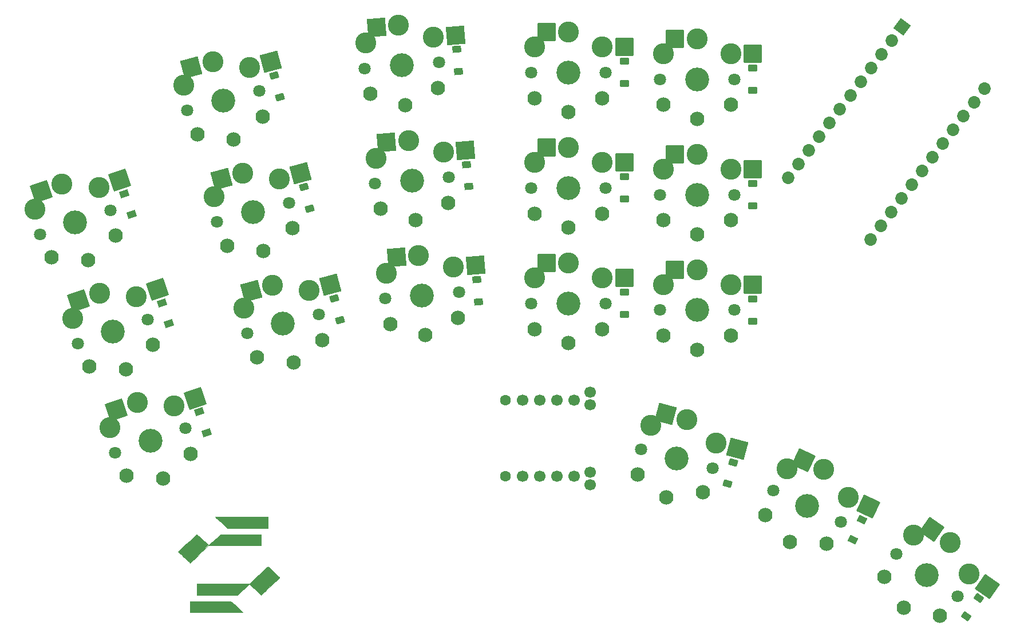
<source format=gbs>
%TF.GenerationSoftware,KiCad,Pcbnew,5.99.0-unknown-fa82fcb809~131~ubuntu20.04.1*%
%TF.CreationDate,2021-08-27T12:31:07+02:00*%
%TF.ProjectId,tuck-n-roll,7475636b-2d6e-42d7-926f-6c6c2e6b6963,VERSION_HERE*%
%TF.SameCoordinates,Original*%
%TF.FileFunction,Soldermask,Bot*%
%TF.FilePolarity,Negative*%
%FSLAX46Y46*%
G04 Gerber Fmt 4.6, Leading zero omitted, Abs format (unit mm)*
G04 Created by KiCad (PCBNEW 5.99.0-unknown-fa82fcb809~131~ubuntu20.04.1) date 2021-08-27 12:31:07*
%MOMM*%
%LPD*%
G01*
G04 APERTURE LIST*
G04 Aperture macros list*
%AMRoundRect*
0 Rectangle with rounded corners*
0 $1 Rounding radius*
0 $2 $3 $4 $5 $6 $7 $8 $9 X,Y pos of 4 corners*
0 Add a 4 corners polygon primitive as box body*
4,1,4,$2,$3,$4,$5,$6,$7,$8,$9,$2,$3,0*
0 Add four circle primitives for the rounded corners*
1,1,$1+$1,$2,$3*
1,1,$1+$1,$4,$5*
1,1,$1+$1,$6,$7*
1,1,$1+$1,$8,$9*
0 Add four rect primitives between the rounded corners*
20,1,$1+$1,$2,$3,$4,$5,0*
20,1,$1+$1,$4,$5,$6,$7,0*
20,1,$1+$1,$6,$7,$8,$9,0*
20,1,$1+$1,$8,$9,$2,$3,0*%
G04 Aperture macros list end*
%ADD10C,0.010000*%
%ADD11C,1.801800*%
%ADD12C,3.529000*%
%ADD13C,2.132000*%
%ADD14C,3.100000*%
%ADD15RoundRect,0.050000X-1.300000X-1.300000X1.300000X-1.300000X1.300000X1.300000X-1.300000X1.300000X0*%
%ADD16RoundRect,0.050000X-0.919239X-1.592168X1.592168X-0.919239X0.919239X1.592168X-1.592168X0.919239X0*%
%ADD17C,1.600000*%
%ADD18C,1.700000*%
%ADD19RoundRect,0.050000X-1.727604X-0.628796X0.628796X-1.727604X1.727604X0.628796X-0.628796X1.727604X0*%
%ADD20RoundRect,0.050000X-0.805936X-1.652413X1.652413X-0.805936X0.805936X1.652413X-1.652413X0.805936X0*%
%ADD21RoundRect,0.050000X0.600000X-0.450000X0.600000X0.450000X-0.600000X0.450000X-0.600000X-0.450000X0*%
%ADD22RoundRect,0.050000X0.713817X-0.230142X0.420805X0.620824X-0.713817X0.230142X-0.420805X-0.620824X0*%
%ADD23RoundRect,0.050000X0.463087X-0.589958X0.696024X0.279375X-0.463087X0.589958X-0.696024X-0.279375X0*%
%ADD24RoundRect,0.050000X0.233382X-0.712764X0.749601X0.024473X-0.233382X0.712764X-0.749601X-0.024473X0*%
%ADD25RoundRect,0.050000X0.636937X-0.395994X0.558497X0.500581X-0.636937X0.395994X-0.558497X-0.500581X0*%
%ADD26RoundRect,0.050000X-1.810547X-0.319248X0.319248X-1.810547X1.810547X0.319248X-0.319248X1.810547X0*%
%ADD27RoundRect,0.050000X0.696024X-0.279375X0.463087X0.589958X-0.696024X0.279375X-0.463087X-0.589958X0*%
%ADD28RoundRect,0.050000X-1.181751X-1.408356X1.408356X-1.181751X1.181751X1.408356X-1.408356X1.181751X0*%
%ADD29RoundRect,0.050000X-1.592168X-0.919239X0.919239X-1.592168X1.592168X0.919239X-0.919239X1.592168X0*%
%ADD30RoundRect,0.050000X0.353606X-0.661409X0.733963X0.154268X-0.353606X0.661409X-0.733963X-0.154268X0*%
%ADD31RoundRect,0.050000X-0.172474X1.227215X-1.227215X-0.172474X0.172474X-1.227215X1.227215X0.172474X0*%
%ADD32C,1.852600*%
G04 APERTURE END LIST*
D10*
%TO.C,G\u002A\u002A\u002A*%
X10869084Y-16478250D02*
X3082600Y-16478250D01*
X3082600Y-16478250D02*
X1726130Y-17758834D01*
X1726130Y-17758834D02*
X1524366Y-17949119D01*
X1524366Y-17949119D02*
X1331270Y-18130860D01*
X1331270Y-18130860D02*
X1149071Y-18301978D01*
X1149071Y-18301978D02*
X980000Y-18460396D01*
X980000Y-18460396D02*
X826286Y-18604039D01*
X826286Y-18604039D02*
X690157Y-18730827D01*
X690157Y-18730827D02*
X573845Y-18838685D01*
X573845Y-18838685D02*
X479579Y-18925535D01*
X479579Y-18925535D02*
X409589Y-18989301D01*
X409589Y-18989301D02*
X366103Y-19027904D01*
X366103Y-19027904D02*
X351474Y-19039417D01*
X351474Y-19039417D02*
X333044Y-19025312D01*
X333044Y-19025312D02*
X286765Y-18984778D01*
X286765Y-18984778D02*
X215533Y-18920482D01*
X215533Y-18920482D02*
X122245Y-18835096D01*
X122245Y-18835096D02*
X9797Y-18731286D01*
X9797Y-18731286D02*
X-118913Y-18611724D01*
X-118913Y-18611724D02*
X-260989Y-18479077D01*
X-260989Y-18479077D02*
X-413534Y-18336015D01*
X-413534Y-18336015D02*
X-489522Y-18264525D01*
X-489522Y-18264525D02*
X-647443Y-18115783D01*
X-647443Y-18115783D02*
X-797219Y-17974676D01*
X-797219Y-17974676D02*
X-935801Y-17844080D01*
X-935801Y-17844080D02*
X-1060137Y-17726873D01*
X-1060137Y-17726873D02*
X-1167178Y-17625929D01*
X-1167178Y-17625929D02*
X-1253872Y-17544127D01*
X-1253872Y-17544127D02*
X-1317169Y-17484343D01*
X-1317169Y-17484343D02*
X-1354018Y-17449453D01*
X-1354018Y-17449453D02*
X-1361008Y-17442785D01*
X-1361008Y-17442785D02*
X-1409684Y-17395938D01*
X-1409684Y-17395938D02*
X-162138Y-16218475D01*
X-162138Y-16218475D02*
X34558Y-16032856D01*
X34558Y-16032856D02*
X224845Y-15853340D01*
X224845Y-15853340D02*
X406114Y-15682385D01*
X406114Y-15682385D02*
X575757Y-15522447D01*
X575757Y-15522447D02*
X731164Y-15375984D01*
X731164Y-15375984D02*
X869728Y-15245455D01*
X869728Y-15245455D02*
X988840Y-15133318D01*
X988840Y-15133318D02*
X1085890Y-15042029D01*
X1085890Y-15042029D02*
X1158271Y-14974047D01*
X1158271Y-14974047D02*
X1203373Y-14931829D01*
X1203373Y-14931829D02*
X1212079Y-14923737D01*
X1212079Y-14923737D02*
X1338749Y-14806462D01*
X1338749Y-14806462D02*
X2212694Y-15630784D01*
X2212694Y-15630784D02*
X3086639Y-16455105D01*
X3086639Y-16455105D02*
X3405986Y-16151995D01*
X3405986Y-16151995D02*
X3501491Y-16061404D01*
X3501491Y-16061404D02*
X3621067Y-15948071D01*
X3621067Y-15948071D02*
X3758023Y-15818335D01*
X3758023Y-15818335D02*
X3905665Y-15678533D01*
X3905665Y-15678533D02*
X4057300Y-15535003D01*
X4057300Y-15535003D02*
X4206235Y-15394084D01*
X4206235Y-15394084D02*
X4275667Y-15328412D01*
X4275667Y-15328412D02*
X4826000Y-14807939D01*
X4826000Y-14807939D02*
X7847542Y-14807011D01*
X7847542Y-14807011D02*
X10869084Y-14806084D01*
X10869084Y-14806084D02*
X10869084Y-16478250D01*
X10869084Y-16478250D02*
X10869084Y-16478250D01*
G36*
X10869084Y-16478250D02*
G01*
X3082600Y-16478250D01*
X1726130Y-17758834D01*
X1524366Y-17949119D01*
X1331270Y-18130860D01*
X1149071Y-18301978D01*
X980000Y-18460396D01*
X826286Y-18604039D01*
X690157Y-18730827D01*
X573845Y-18838685D01*
X479579Y-18925535D01*
X409589Y-18989301D01*
X366103Y-19027904D01*
X351474Y-19039417D01*
X333044Y-19025312D01*
X286765Y-18984778D01*
X215533Y-18920482D01*
X122245Y-18835096D01*
X9797Y-18731286D01*
X-118913Y-18611724D01*
X-260989Y-18479077D01*
X-413534Y-18336015D01*
X-489522Y-18264525D01*
X-647443Y-18115783D01*
X-797219Y-17974676D01*
X-935801Y-17844080D01*
X-1060137Y-17726873D01*
X-1167178Y-17625929D01*
X-1253872Y-17544127D01*
X-1317169Y-17484343D01*
X-1354018Y-17449453D01*
X-1361008Y-17442785D01*
X-1409684Y-17395938D01*
X-162138Y-16218475D01*
X34558Y-16032856D01*
X224845Y-15853340D01*
X406114Y-15682385D01*
X575757Y-15522447D01*
X731164Y-15375984D01*
X869728Y-15245455D01*
X988840Y-15133318D01*
X1085890Y-15042029D01*
X1158271Y-14974047D01*
X1203373Y-14931829D01*
X1212079Y-14923737D01*
X1338749Y-14806462D01*
X2212694Y-15630784D01*
X3086639Y-16455105D01*
X3405986Y-16151995D01*
X3501491Y-16061404D01*
X3621067Y-15948071D01*
X3758023Y-15818335D01*
X3905665Y-15678533D01*
X4057300Y-15535003D01*
X4206235Y-15394084D01*
X4275667Y-15328412D01*
X4826000Y-14807939D01*
X7847542Y-14807011D01*
X10869084Y-14806084D01*
X10869084Y-16478250D01*
G37*
X10869084Y-16478250D02*
X3082600Y-16478250D01*
X1726130Y-17758834D01*
X1524366Y-17949119D01*
X1331270Y-18130860D01*
X1149071Y-18301978D01*
X980000Y-18460396D01*
X826286Y-18604039D01*
X690157Y-18730827D01*
X573845Y-18838685D01*
X479579Y-18925535D01*
X409589Y-18989301D01*
X366103Y-19027904D01*
X351474Y-19039417D01*
X333044Y-19025312D01*
X286765Y-18984778D01*
X215533Y-18920482D01*
X122245Y-18835096D01*
X9797Y-18731286D01*
X-118913Y-18611724D01*
X-260989Y-18479077D01*
X-413534Y-18336015D01*
X-489522Y-18264525D01*
X-647443Y-18115783D01*
X-797219Y-17974676D01*
X-935801Y-17844080D01*
X-1060137Y-17726873D01*
X-1167178Y-17625929D01*
X-1253872Y-17544127D01*
X-1317169Y-17484343D01*
X-1354018Y-17449453D01*
X-1361008Y-17442785D01*
X-1409684Y-17395938D01*
X-162138Y-16218475D01*
X34558Y-16032856D01*
X224845Y-15853340D01*
X406114Y-15682385D01*
X575757Y-15522447D01*
X731164Y-15375984D01*
X869728Y-15245455D01*
X988840Y-15133318D01*
X1085890Y-15042029D01*
X1158271Y-14974047D01*
X1203373Y-14931829D01*
X1212079Y-14923737D01*
X1338749Y-14806462D01*
X2212694Y-15630784D01*
X3086639Y-16455105D01*
X3405986Y-16151995D01*
X3501491Y-16061404D01*
X3621067Y-15948071D01*
X3758023Y-15818335D01*
X3905665Y-15678533D01*
X4057300Y-15535003D01*
X4206235Y-15394084D01*
X4275667Y-15328412D01*
X4826000Y-14807939D01*
X7847542Y-14807011D01*
X10869084Y-14806084D01*
X10869084Y-16478250D01*
X3360209Y-24713263D02*
X6371167Y-24714442D01*
X6371167Y-24714442D02*
X7164917Y-25465107D01*
X7164917Y-25465107D02*
X7321376Y-25613159D01*
X7321376Y-25613159D02*
X7470892Y-25754805D01*
X7470892Y-25754805D02*
X7610174Y-25886917D01*
X7610174Y-25886917D02*
X7735933Y-26006367D01*
X7735933Y-26006367D02*
X7844880Y-26110028D01*
X7844880Y-26110028D02*
X7933726Y-26194773D01*
X7933726Y-26194773D02*
X7999181Y-26257473D01*
X7999181Y-26257473D02*
X8037957Y-26295002D01*
X8037957Y-26295002D02*
X8043022Y-26300011D01*
X8043022Y-26300011D02*
X8127378Y-26384250D01*
X8127378Y-26384250D02*
X349250Y-26384250D01*
X349250Y-26384250D02*
X349250Y-24712084D01*
X349250Y-24712084D02*
X3360209Y-24713263D01*
X3360209Y-24713263D02*
X3360209Y-24713263D01*
G36*
X3360209Y-24713263D02*
G01*
X6371167Y-24714442D01*
X7164917Y-25465107D01*
X7321376Y-25613159D01*
X7470892Y-25754805D01*
X7610174Y-25886917D01*
X7735933Y-26006367D01*
X7844880Y-26110028D01*
X7933726Y-26194773D01*
X7999181Y-26257473D01*
X8037957Y-26295002D01*
X8043022Y-26300011D01*
X8127378Y-26384250D01*
X349250Y-26384250D01*
X349250Y-24712084D01*
X3360209Y-24713263D01*
G37*
X3360209Y-24713263D02*
X6371167Y-24714442D01*
X7164917Y-25465107D01*
X7321376Y-25613159D01*
X7470892Y-25754805D01*
X7610174Y-25886917D01*
X7735933Y-26006367D01*
X7844880Y-26110028D01*
X7933726Y-26194773D01*
X7999181Y-26257473D01*
X8037957Y-26295002D01*
X8043022Y-26300011D01*
X8127378Y-26384250D01*
X349250Y-26384250D01*
X349250Y-24712084D01*
X3360209Y-24713263D01*
X11842750Y-13895917D02*
X5820834Y-13895527D01*
X5820834Y-13895527D02*
X4953000Y-13076818D01*
X4953000Y-13076818D02*
X4792359Y-12925088D01*
X4792359Y-12925088D02*
X4641112Y-12781880D01*
X4641112Y-12781880D02*
X4502041Y-12649850D01*
X4502041Y-12649850D02*
X4377926Y-12531656D01*
X4377926Y-12531656D02*
X4271549Y-12429955D01*
X4271549Y-12429955D02*
X4185691Y-12347404D01*
X4185691Y-12347404D02*
X4123131Y-12286659D01*
X4123131Y-12286659D02*
X4086653Y-12250379D01*
X4086653Y-12250379D02*
X4078111Y-12240929D01*
X4078111Y-12240929D02*
X4098191Y-12239151D01*
X4098191Y-12239151D02*
X4158517Y-12237424D01*
X4158517Y-12237424D02*
X4257004Y-12235757D01*
X4257004Y-12235757D02*
X4391565Y-12234160D01*
X4391565Y-12234160D02*
X4560114Y-12232641D01*
X4560114Y-12232641D02*
X4760564Y-12231209D01*
X4760564Y-12231209D02*
X4990828Y-12229875D01*
X4990828Y-12229875D02*
X5248821Y-12228647D01*
X5248821Y-12228647D02*
X5532456Y-12227534D01*
X5532456Y-12227534D02*
X5839647Y-12226546D01*
X5839647Y-12226546D02*
X6168306Y-12225692D01*
X6168306Y-12225692D02*
X6516348Y-12224982D01*
X6516348Y-12224982D02*
X6881687Y-12224424D01*
X6881687Y-12224424D02*
X7262235Y-12224027D01*
X7262235Y-12224027D02*
X7655907Y-12223802D01*
X7655907Y-12223802D02*
X7956903Y-12223750D01*
X7956903Y-12223750D02*
X11842750Y-12223750D01*
X11842750Y-12223750D02*
X11842750Y-13895917D01*
X11842750Y-13895917D02*
X11842750Y-13895917D01*
G36*
X11842750Y-13895917D02*
G01*
X5820834Y-13895527D01*
X4953000Y-13076818D01*
X4792359Y-12925088D01*
X4641112Y-12781880D01*
X4502041Y-12649850D01*
X4377926Y-12531656D01*
X4271549Y-12429955D01*
X4185691Y-12347404D01*
X4123131Y-12286659D01*
X4086653Y-12250379D01*
X4078111Y-12240929D01*
X4098191Y-12239151D01*
X4158517Y-12237424D01*
X4257004Y-12235757D01*
X4391565Y-12234160D01*
X4560114Y-12232641D01*
X4760564Y-12231209D01*
X4990828Y-12229875D01*
X5248821Y-12228647D01*
X5532456Y-12227534D01*
X5839647Y-12226546D01*
X6168306Y-12225692D01*
X6516348Y-12224982D01*
X6881687Y-12224424D01*
X7262235Y-12224027D01*
X7655907Y-12223802D01*
X7956903Y-12223750D01*
X11842750Y-12223750D01*
X11842750Y-13895917D01*
G37*
X11842750Y-13895917D02*
X5820834Y-13895527D01*
X4953000Y-13076818D01*
X4792359Y-12925088D01*
X4641112Y-12781880D01*
X4502041Y-12649850D01*
X4377926Y-12531656D01*
X4271549Y-12429955D01*
X4185691Y-12347404D01*
X4123131Y-12286659D01*
X4086653Y-12250379D01*
X4078111Y-12240929D01*
X4098191Y-12239151D01*
X4158517Y-12237424D01*
X4257004Y-12235757D01*
X4391565Y-12234160D01*
X4560114Y-12232641D01*
X4760564Y-12231209D01*
X4990828Y-12229875D01*
X5248821Y-12228647D01*
X5532456Y-12227534D01*
X5839647Y-12226546D01*
X6168306Y-12225692D01*
X6516348Y-12224982D01*
X6881687Y-12224424D01*
X7262235Y-12224027D01*
X7655907Y-12223802D01*
X7956903Y-12223750D01*
X11842750Y-12223750D01*
X11842750Y-13895917D01*
X11856122Y-19593256D02*
X11904158Y-19633394D01*
X11904158Y-19633394D02*
X11975767Y-19696388D01*
X11975767Y-19696388D02*
X12067556Y-19779046D01*
X12067556Y-19779046D02*
X12176132Y-19878173D01*
X12176132Y-19878173D02*
X12298102Y-19990578D01*
X12298102Y-19990578D02*
X12430075Y-20113067D01*
X12430075Y-20113067D02*
X12568657Y-20242448D01*
X12568657Y-20242448D02*
X12710457Y-20375527D01*
X12710457Y-20375527D02*
X12852081Y-20509111D01*
X12852081Y-20509111D02*
X12990137Y-20640007D01*
X12990137Y-20640007D02*
X13121232Y-20765023D01*
X13121232Y-20765023D02*
X13241974Y-20880965D01*
X13241974Y-20880965D02*
X13348971Y-20984641D01*
X13348971Y-20984641D02*
X13438830Y-21072857D01*
X13438830Y-21072857D02*
X13508158Y-21142420D01*
X13508158Y-21142420D02*
X13553563Y-21190138D01*
X13553563Y-21190138D02*
X13571652Y-21212817D01*
X13571652Y-21212817D02*
X13571818Y-21213776D01*
X13571818Y-21213776D02*
X13556113Y-21232326D01*
X13556113Y-21232326D02*
X13512054Y-21277408D01*
X13512054Y-21277408D02*
X13442163Y-21346591D01*
X13442163Y-21346591D02*
X13348960Y-21437445D01*
X13348960Y-21437445D02*
X13234968Y-21547539D01*
X13234968Y-21547539D02*
X13102708Y-21674444D01*
X13102708Y-21674444D02*
X12954702Y-21815729D01*
X12954702Y-21815729D02*
X12793471Y-21968964D01*
X12793471Y-21968964D02*
X12621537Y-22131718D01*
X12621537Y-22131718D02*
X12520084Y-22227465D01*
X12520084Y-22227465D02*
X12332764Y-22404080D01*
X12332764Y-22404080D02*
X12146564Y-22579680D01*
X12146564Y-22579680D02*
X11965079Y-22750874D01*
X11965079Y-22750874D02*
X11791901Y-22914271D01*
X11791901Y-22914271D02*
X11630626Y-23066477D01*
X11630626Y-23066477D02*
X11484847Y-23204102D01*
X11484847Y-23204102D02*
X11358158Y-23323753D01*
X11358158Y-23323753D02*
X11254152Y-23422037D01*
X11254152Y-23422037D02*
X11176424Y-23495564D01*
X11176424Y-23495564D02*
X11160930Y-23510239D01*
X11160930Y-23510239D02*
X10849526Y-23805267D01*
X10849526Y-23805267D02*
X9979523Y-22983384D01*
X9979523Y-22983384D02*
X9818871Y-22831748D01*
X9818871Y-22831748D02*
X9667547Y-22689172D01*
X9667547Y-22689172D02*
X9528321Y-22558248D01*
X9528321Y-22558248D02*
X9403963Y-22441567D01*
X9403963Y-22441567D02*
X9297242Y-22341723D01*
X9297242Y-22341723D02*
X9210928Y-22261307D01*
X9210928Y-22261307D02*
X9147790Y-22202912D01*
X9147790Y-22202912D02*
X9110598Y-22169130D01*
X9110598Y-22169130D02*
X9101419Y-22161500D01*
X9101419Y-22161500D02*
X9084975Y-22175616D01*
X9084975Y-22175616D02*
X9040555Y-22216236D01*
X9040555Y-22216236D02*
X8970932Y-22280764D01*
X8970932Y-22280764D02*
X8878879Y-22366608D01*
X8878879Y-22366608D02*
X8767167Y-22471172D01*
X8767167Y-22471172D02*
X8638571Y-22591863D01*
X8638571Y-22591863D02*
X8495862Y-22726086D01*
X8495862Y-22726086D02*
X8341813Y-22871248D01*
X8341813Y-22871248D02*
X8224768Y-22981709D01*
X8224768Y-22981709D02*
X7356218Y-23801917D01*
X7356218Y-23801917D02*
X1322917Y-23801917D01*
X1322917Y-23801917D02*
X1322917Y-22129750D01*
X1322917Y-22129750D02*
X9102958Y-22129750D01*
X9102958Y-22129750D02*
X10454910Y-20854459D01*
X10454910Y-20854459D02*
X10656567Y-20664533D01*
X10656567Y-20664533D02*
X10849753Y-20483161D01*
X10849753Y-20483161D02*
X11032215Y-20312425D01*
X11032215Y-20312425D02*
X11201699Y-20154409D01*
X11201699Y-20154409D02*
X11355950Y-20011196D01*
X11355950Y-20011196D02*
X11492714Y-19884867D01*
X11492714Y-19884867D02*
X11609737Y-19777506D01*
X11609737Y-19777506D02*
X11704766Y-19691196D01*
X11704766Y-19691196D02*
X11775546Y-19628020D01*
X11775546Y-19628020D02*
X11819824Y-19590059D01*
X11819824Y-19590059D02*
X11835050Y-19579167D01*
X11835050Y-19579167D02*
X11856122Y-19593256D01*
X11856122Y-19593256D02*
X11856122Y-19593256D01*
G36*
X11856122Y-19593256D02*
G01*
X11904158Y-19633394D01*
X11975767Y-19696388D01*
X12067556Y-19779046D01*
X12176132Y-19878173D01*
X12298102Y-19990578D01*
X12430075Y-20113067D01*
X12568657Y-20242448D01*
X12710457Y-20375527D01*
X12852081Y-20509111D01*
X12990137Y-20640007D01*
X13121232Y-20765023D01*
X13241974Y-20880965D01*
X13348971Y-20984641D01*
X13438830Y-21072857D01*
X13508158Y-21142420D01*
X13553563Y-21190138D01*
X13571652Y-21212817D01*
X13571818Y-21213776D01*
X13556113Y-21232326D01*
X13512054Y-21277408D01*
X13442163Y-21346591D01*
X13348960Y-21437445D01*
X13234968Y-21547539D01*
X13102708Y-21674444D01*
X12954702Y-21815729D01*
X12793471Y-21968964D01*
X12621537Y-22131718D01*
X12520084Y-22227465D01*
X12332764Y-22404080D01*
X12146564Y-22579680D01*
X11965079Y-22750874D01*
X11791901Y-22914271D01*
X11630626Y-23066477D01*
X11484847Y-23204102D01*
X11358158Y-23323753D01*
X11254152Y-23422037D01*
X11176424Y-23495564D01*
X11160930Y-23510239D01*
X10849526Y-23805267D01*
X9979523Y-22983384D01*
X9818871Y-22831748D01*
X9667547Y-22689172D01*
X9528321Y-22558248D01*
X9403963Y-22441567D01*
X9297242Y-22341723D01*
X9210928Y-22261307D01*
X9147790Y-22202912D01*
X9110598Y-22169130D01*
X9101419Y-22161500D01*
X9084975Y-22175616D01*
X9040555Y-22216236D01*
X8970932Y-22280764D01*
X8878879Y-22366608D01*
X8767167Y-22471172D01*
X8638571Y-22591863D01*
X8495862Y-22726086D01*
X8341813Y-22871248D01*
X8224768Y-22981709D01*
X7356218Y-23801917D01*
X1322917Y-23801917D01*
X1322917Y-22129750D01*
X9102958Y-22129750D01*
X10454910Y-20854459D01*
X10656567Y-20664533D01*
X10849753Y-20483161D01*
X11032215Y-20312425D01*
X11201699Y-20154409D01*
X11355950Y-20011196D01*
X11492714Y-19884867D01*
X11609737Y-19777506D01*
X11704766Y-19691196D01*
X11775546Y-19628020D01*
X11819824Y-19590059D01*
X11835050Y-19579167D01*
X11856122Y-19593256D01*
G37*
X11856122Y-19593256D02*
X11904158Y-19633394D01*
X11975767Y-19696388D01*
X12067556Y-19779046D01*
X12176132Y-19878173D01*
X12298102Y-19990578D01*
X12430075Y-20113067D01*
X12568657Y-20242448D01*
X12710457Y-20375527D01*
X12852081Y-20509111D01*
X12990137Y-20640007D01*
X13121232Y-20765023D01*
X13241974Y-20880965D01*
X13348971Y-20984641D01*
X13438830Y-21072857D01*
X13508158Y-21142420D01*
X13553563Y-21190138D01*
X13571652Y-21212817D01*
X13571818Y-21213776D01*
X13556113Y-21232326D01*
X13512054Y-21277408D01*
X13442163Y-21346591D01*
X13348960Y-21437445D01*
X13234968Y-21547539D01*
X13102708Y-21674444D01*
X12954702Y-21815729D01*
X12793471Y-21968964D01*
X12621537Y-22131718D01*
X12520084Y-22227465D01*
X12332764Y-22404080D01*
X12146564Y-22579680D01*
X11965079Y-22750874D01*
X11791901Y-22914271D01*
X11630626Y-23066477D01*
X11484847Y-23204102D01*
X11358158Y-23323753D01*
X11254152Y-23422037D01*
X11176424Y-23495564D01*
X11160930Y-23510239D01*
X10849526Y-23805267D01*
X9979523Y-22983384D01*
X9818871Y-22831748D01*
X9667547Y-22689172D01*
X9528321Y-22558248D01*
X9403963Y-22441567D01*
X9297242Y-22341723D01*
X9210928Y-22261307D01*
X9147790Y-22202912D01*
X9110598Y-22169130D01*
X9101419Y-22161500D01*
X9084975Y-22175616D01*
X9040555Y-22216236D01*
X8970932Y-22280764D01*
X8878879Y-22366608D01*
X8767167Y-22471172D01*
X8638571Y-22591863D01*
X8495862Y-22726086D01*
X8341813Y-22871248D01*
X8224768Y-22981709D01*
X7356218Y-23801917D01*
X1322917Y-23801917D01*
X1322917Y-22129750D01*
X9102958Y-22129750D01*
X10454910Y-20854459D01*
X10656567Y-20664533D01*
X10849753Y-20483161D01*
X11032215Y-20312425D01*
X11201699Y-20154409D01*
X11355950Y-20011196D01*
X11492714Y-19884867D01*
X11609737Y-19777506D01*
X11704766Y-19691196D01*
X11775546Y-19628020D01*
X11819824Y-19590059D01*
X11835050Y-19579167D01*
X11856122Y-19593256D01*
%TD*%
D11*
%TO.C,S20*%
X50822091Y19390601D03*
D12*
X56322091Y19390601D03*
D11*
X61822091Y19390601D03*
D13*
X61322091Y15590601D03*
X51322091Y15590601D03*
X56322091Y13490601D03*
X56322091Y13490601D03*
%TD*%
D14*
%TO.C,S25*%
X70322091Y22140601D03*
X75322091Y24340601D03*
X75322091Y24340601D03*
X80322091Y22140601D03*
D11*
X69822091Y18390601D03*
D12*
X75322091Y18390601D03*
D11*
X80822091Y18390601D03*
D15*
X72047091Y24340601D03*
X83597091Y22140601D03*
%TD*%
D14*
%TO.C,S7*%
X12551349Y22111251D03*
X17950380Y21280309D03*
D11*
X19403914Y17787497D03*
X8778730Y14940487D03*
D12*
X14091322Y16363992D03*
D14*
X8291121Y18692119D03*
X12551349Y22111251D03*
D16*
X9387942Y21263618D03*
X21113787Y22127941D03*
%TD*%
D11*
%TO.C,S24*%
X50822091Y53590601D03*
D12*
X56322091Y53590601D03*
D11*
X61822091Y53590601D03*
D13*
X61322091Y49790601D03*
X51322091Y49790601D03*
X56322091Y47690601D03*
X56322091Y47690601D03*
%TD*%
D14*
%TO.C,S19*%
X56322091Y25340601D03*
D11*
X50822091Y19390601D03*
D14*
X51322091Y23140601D03*
X56322091Y25340601D03*
D12*
X56322091Y19390601D03*
D14*
X61322091Y23140601D03*
D11*
X61822091Y19390601D03*
D15*
X53047091Y25340601D03*
X64597091Y23140601D03*
%TD*%
D12*
%TO.C,S26*%
X75322091Y18390601D03*
D11*
X69822091Y18390601D03*
X80822091Y18390601D03*
D13*
X70322091Y14590601D03*
X80322091Y14590601D03*
X75322091Y12490601D03*
X75322091Y12490601D03*
%TD*%
D17*
%TO.C,REF\u002A\u002A*%
X47022091Y5015601D03*
X47022091Y-6234399D03*
D18*
X57132091Y5015601D03*
X57132091Y-6234399D03*
X54592091Y5015601D03*
X54592091Y-6234399D03*
X52052091Y-6234399D03*
X52052091Y5015601D03*
X49512091Y-6234399D03*
X49512091Y5015601D03*
X59522091Y6240601D03*
X59522091Y-7459399D03*
X59522091Y4390601D03*
X59522091Y-5609399D03*
%TD*%
D12*
%TO.C,S14*%
X34655082Y20571380D03*
D11*
X29176011Y20092023D03*
X40134153Y21050737D03*
D13*
X39967247Y17221619D03*
X30005300Y16350061D03*
X35169301Y14693831D03*
X35169301Y14693831D03*
%TD*%
D14*
%TO.C,S33*%
X94097082Y-5227085D03*
X97698860Y-9334053D03*
X94097082Y-5227085D03*
D12*
X91582503Y-10619616D03*
D11*
X86597810Y-8295216D03*
D14*
X88635783Y-5107870D03*
D11*
X96567196Y-12944016D03*
D19*
X91128924Y-3843010D03*
X100667018Y-10718128D03*
%TD*%
D11*
%TO.C,S3*%
X-16302226Y13451558D03*
D14*
X-7595162Y20415718D03*
D12*
X-11101874Y15242183D03*
D14*
X-17050347Y17160037D03*
D11*
X-5901522Y17032808D03*
D14*
X-13039005Y20868019D03*
X-13039005Y20868019D03*
D20*
X-16135578Y19801783D03*
X-4498588Y21481954D03*
%TD*%
D21*
%TO.C,D11*%
X64572091Y34840601D03*
X64572091Y38140601D03*
%TD*%
D22*
%TO.C,D3*%
X-8331374Y32536382D03*
X-9405748Y35656594D03*
%TD*%
D11*
%TO.C,S30*%
X69822091Y52590601D03*
D12*
X75322091Y52590601D03*
D11*
X80822091Y52590601D03*
D13*
X70322091Y48790601D03*
X80322091Y48790601D03*
X75322091Y46690601D03*
X75322091Y46690601D03*
%TD*%
D12*
%TO.C,S34*%
X91582503Y-10619616D03*
D11*
X96567196Y-12944016D03*
X86597810Y-8295216D03*
D13*
X85445015Y-11950494D03*
X94508093Y-16176677D03*
X89089055Y-15966832D03*
X89089055Y-15966832D03*
%TD*%
D21*
%TO.C,D10*%
X64572091Y17740601D03*
X64572091Y21040601D03*
%TD*%
D23*
%TO.C,D16*%
X79863928Y-7338434D03*
X80718030Y-4150878D03*
%TD*%
D11*
%TO.C,S18*%
X26195285Y54161882D03*
D12*
X31674356Y54641239D03*
D11*
X37153427Y55120596D03*
D13*
X36986521Y51291478D03*
X27024574Y50419920D03*
X32188575Y48763690D03*
X32188575Y48763690D03*
%TD*%
D11*
%TO.C,S2*%
X-334307Y864441D03*
X-10735011Y-2716809D03*
D12*
X-5534659Y-926184D03*
D13*
X430093Y-2891314D03*
X-9025093Y-6146995D03*
X-3613807Y-6504744D03*
X-3613807Y-6504744D03*
%TD*%
D11*
%TO.C,S16*%
X27685648Y37126952D03*
D12*
X33164719Y37606309D03*
D11*
X38643790Y38085666D03*
D13*
X28514937Y33384990D03*
X38476884Y34256548D03*
X33678938Y31728760D03*
X33678938Y31728760D03*
%TD*%
D24*
%TO.C,D18*%
X115144598Y-26951474D03*
X117037400Y-24248272D03*
%TD*%
D25*
%TO.C,D7*%
X43017495Y19646694D03*
X42729881Y22934136D03*
%TD*%
D14*
%TO.C,S11*%
X3699738Y55145915D03*
D11*
X10552303Y50822161D03*
D12*
X5239711Y49398656D03*
D14*
X9098769Y54314973D03*
D11*
X-72881Y47975151D03*
D14*
X3699738Y55145915D03*
X-560490Y51726783D03*
D16*
X536331Y54298282D03*
X12262176Y55162605D03*
%TD*%
D12*
%TO.C,S12*%
X5239711Y49398656D03*
D11*
X-72881Y47975151D03*
X10552303Y50822161D03*
D13*
X11052853Y47022233D03*
X1393594Y44434043D03*
X6766743Y43699694D03*
X6766743Y43699694D03*
%TD*%
D14*
%TO.C,S21*%
X61322091Y40240601D03*
D11*
X61822091Y36490601D03*
D12*
X56322091Y36490601D03*
D14*
X56322091Y42440601D03*
D11*
X50822091Y36490601D03*
D14*
X51322091Y40240601D03*
X56322091Y42440601D03*
D15*
X53047091Y42440601D03*
X64597091Y40240601D03*
%TD*%
D21*
%TO.C,D14*%
X83572091Y33840601D03*
X83572091Y37140601D03*
%TD*%
D11*
%TO.C,S35*%
X113838331Y-24022537D03*
D14*
X112745775Y-15993912D03*
X112745775Y-15993912D03*
X107388146Y-14928165D03*
D12*
X109332995Y-20867867D03*
D14*
X115579667Y-20663929D03*
D11*
X104827659Y-17713197D03*
D26*
X110063052Y-14115450D03*
X118262390Y-22542392D03*
%TD*%
D27*
%TO.C,D5*%
X18061454Y33422803D03*
X17207353Y36610359D03*
%TD*%
D12*
%TO.C,S22*%
X56322091Y36490601D03*
D11*
X50822091Y36490601D03*
X61822091Y36490601D03*
D13*
X51322091Y32690601D03*
X61322091Y32690601D03*
X56322091Y30590601D03*
X56322091Y30590601D03*
%TD*%
D21*
%TO.C,D13*%
X83572091Y16740601D03*
X83572091Y20040601D03*
%TD*%
D11*
%TO.C,S9*%
X14978108Y34304829D03*
D14*
X3865315Y35209451D03*
X8125543Y38628583D03*
D12*
X9665516Y32881324D03*
D11*
X4352924Y31457819D03*
D14*
X8125543Y38628583D03*
X13524574Y37797641D03*
D16*
X4962136Y37780950D03*
X16687981Y38645273D03*
%TD*%
D25*
%TO.C,D9*%
X40036769Y53716553D03*
X39749155Y57003995D03*
%TD*%
D22*
%TO.C,D1*%
X2803057Y199647D03*
X1728683Y3319859D03*
%TD*%
D11*
%TO.C,S15*%
X38643790Y38085666D03*
D12*
X33164719Y37606309D03*
D14*
X37818858Y41777818D03*
X32646142Y43533667D03*
X27856911Y40906260D03*
X32646142Y43533667D03*
D11*
X27685648Y37126952D03*
D28*
X29383605Y43248232D03*
X41081396Y42063253D03*
%TD*%
D21*
%TO.C,D12*%
X64572091Y51940601D03*
X64572091Y55240601D03*
%TD*%
D11*
%TO.C,S6*%
X-11468737Y33201176D03*
D12*
X-16669089Y31410551D03*
D11*
X-21869441Y29619926D03*
D13*
X-10704337Y29445421D03*
X-20159523Y26189740D03*
X-14748237Y25831991D03*
X-14748237Y25831991D03*
%TD*%
D14*
%TO.C,S27*%
X75322091Y41440601D03*
D11*
X80822091Y35490601D03*
D14*
X80322091Y39240601D03*
X70322091Y39240601D03*
X75322091Y41440601D03*
D12*
X75322091Y35490601D03*
D11*
X69822091Y35490601D03*
D15*
X72047091Y41440601D03*
X83597091Y39240601D03*
%TD*%
D14*
%TO.C,S31*%
X68463033Y1306918D03*
X78122292Y-1281272D03*
X73862064Y2137860D03*
D12*
X72322091Y-3609399D03*
D14*
X73862064Y2137860D03*
D11*
X67009499Y-2185894D03*
X77634683Y-5032904D03*
D29*
X70698657Y2985492D03*
X81285699Y-2128905D03*
%TD*%
D11*
%TO.C,S10*%
X4352924Y31457819D03*
D12*
X9665516Y32881324D03*
D11*
X14978108Y34304829D03*
D13*
X5819399Y27916711D03*
X15478658Y30504901D03*
X11192548Y27182362D03*
X11192548Y27182362D03*
%TD*%
D22*
%TO.C,D2*%
X-2764159Y16368015D03*
X-3838533Y19488227D03*
%TD*%
D21*
%TO.C,D15*%
X83572091Y50940601D03*
X83572091Y54240601D03*
%TD*%
D11*
%TO.C,S4*%
X-5901522Y17032808D03*
X-16302226Y13451558D03*
D12*
X-11101874Y15242183D03*
D13*
X-14592308Y10021372D03*
X-5137122Y13277053D03*
X-9181022Y9663623D03*
X-9181022Y9663623D03*
%TD*%
D30*
%TO.C,D17*%
X98362222Y-15601625D03*
X99756862Y-12610809D03*
%TD*%
D14*
%TO.C,S5*%
X-18606220Y37036387D03*
D11*
X-11468737Y33201176D03*
D14*
X-13162377Y36584086D03*
X-18606220Y37036387D03*
D11*
X-21869441Y29619926D03*
D14*
X-22617562Y33328405D03*
D12*
X-16669089Y31410551D03*
D20*
X-21702793Y35970151D03*
X-10065803Y37650322D03*
%TD*%
D14*
%TO.C,S13*%
X39309221Y24742889D03*
X34136505Y26498738D03*
X34136505Y26498738D03*
D11*
X40134153Y21050737D03*
D14*
X29347274Y23871331D03*
D12*
X34655082Y20571380D03*
D11*
X29176011Y20092023D03*
D28*
X30873968Y26213303D03*
X42571759Y25028324D03*
%TD*%
D27*
%TO.C,D4*%
X22487261Y16905471D03*
X21633159Y20093027D03*
%TD*%
D12*
%TO.C,S36*%
X109332995Y-20867867D03*
D11*
X113838331Y-24022537D03*
X104827659Y-17713197D03*
D13*
X111249165Y-26848527D03*
X103057644Y-21112763D03*
X105948894Y-25700864D03*
X105948894Y-25700864D03*
%TD*%
D11*
%TO.C,S28*%
X69822091Y35490601D03*
D12*
X75322091Y35490601D03*
D11*
X80822091Y35490601D03*
D13*
X70322091Y31690601D03*
X80322091Y31690601D03*
X75322091Y29590601D03*
X75322091Y29590601D03*
%TD*%
D12*
%TO.C,S32*%
X72322091Y-3609399D03*
D11*
X67009499Y-2185894D03*
X77634683Y-5032904D03*
D13*
X66508949Y-5985822D03*
X76168208Y-8574012D03*
X70795059Y-9308361D03*
X70795059Y-9308361D03*
%TD*%
D11*
%TO.C,S23*%
X61822091Y53590601D03*
D14*
X51322091Y57340601D03*
D12*
X56322091Y53590601D03*
D14*
X61322091Y57340601D03*
D11*
X50822091Y53590601D03*
D14*
X56322091Y59540601D03*
X56322091Y59540601D03*
D15*
X53047091Y59540601D03*
X64597091Y57340601D03*
%TD*%
D14*
%TO.C,S1*%
X-11483132Y991670D03*
X-2027947Y4247351D03*
D11*
X-334307Y864441D03*
D14*
X-7471790Y4699652D03*
D11*
X-10735011Y-2716809D03*
D12*
X-5534659Y-926184D03*
D14*
X-7471790Y4699652D03*
D20*
X-10568363Y3633416D03*
X1068627Y5313587D03*
%TD*%
D12*
%TO.C,S8*%
X14091322Y16363992D03*
D11*
X8778730Y14940487D03*
X19403914Y17787497D03*
D13*
X10245205Y11399379D03*
X19904464Y13987569D03*
X15618354Y10665030D03*
X15618354Y10665030D03*
%TD*%
D12*
%TO.C,S29*%
X75322091Y52590601D03*
D11*
X80822091Y52590601D03*
D14*
X75322091Y58540601D03*
X80322091Y56340601D03*
X75322091Y58540601D03*
X70322091Y56340601D03*
D11*
X69822091Y52590601D03*
D15*
X72047091Y58540601D03*
X83597091Y56340601D03*
%TD*%
D25*
%TO.C,D8*%
X41527132Y36681623D03*
X41239518Y39969065D03*
%TD*%
D27*
%TO.C,D6*%
X13635650Y49940135D03*
X12781548Y53127691D03*
%TD*%
D31*
%TO.C,MCU1*%
X105643844Y60333370D03*
D32*
X104115234Y58304835D03*
X102586624Y56276301D03*
X101058014Y54247767D03*
X99529404Y52219233D03*
X98000793Y50190699D03*
X96472183Y48162164D03*
X94943573Y46133630D03*
X93414963Y44105096D03*
X91886353Y42076562D03*
X90357743Y40048028D03*
X88829133Y38019493D03*
X117815049Y51161709D03*
X116286439Y49133174D03*
X114757829Y47104640D03*
X113229219Y45076106D03*
X111700609Y43047572D03*
X110171999Y41019038D03*
X108643389Y38990503D03*
X107114778Y36961969D03*
X105586168Y34933435D03*
X104057558Y32904901D03*
X102528948Y30876367D03*
X101000338Y28847832D03*
%TD*%
D11*
%TO.C,S17*%
X37153427Y55120596D03*
D14*
X31155779Y60568597D03*
D11*
X26195285Y54161882D03*
D12*
X31674356Y54641239D03*
D14*
X26366548Y57941190D03*
X31155779Y60568597D03*
X36328495Y58812748D03*
D28*
X27893242Y60283162D03*
X39591033Y59098183D03*
%TD*%
M02*

</source>
